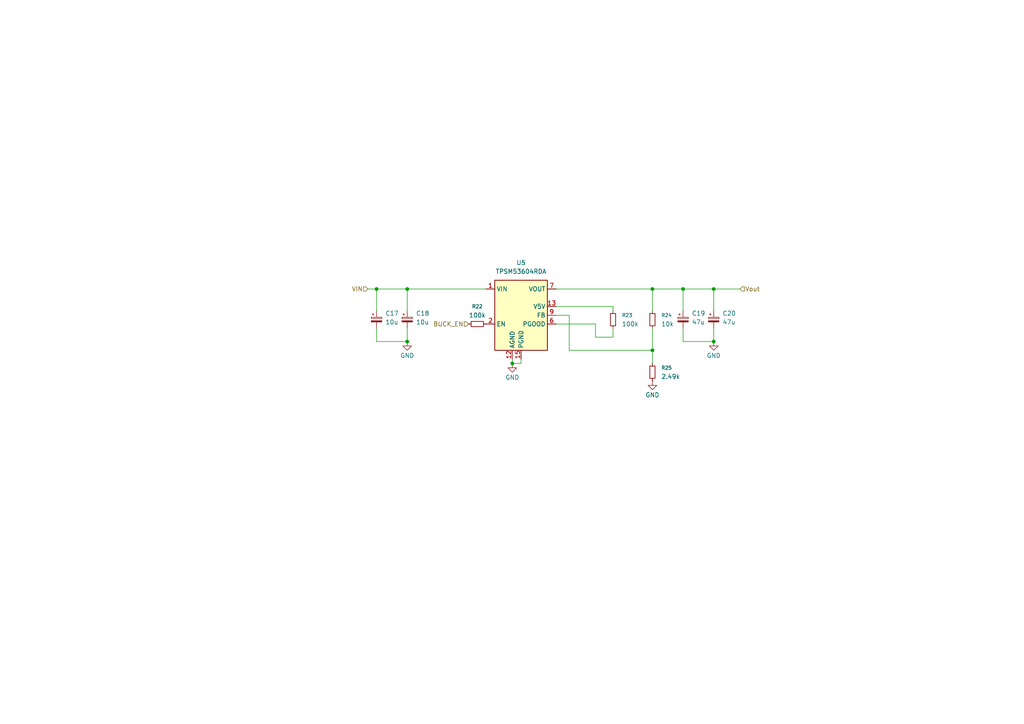
<source format=kicad_sch>
(kicad_sch (version 20250114) (generator "eeschema") (generator_version "9.0")
  (paper "A4")
  (lib_symbols
    (symbol "Converter_DCDC:TPSM53604RDA"
      (property "Reference" "U" (at 0 15.24 0))
      (property "Value" "TPSM53604RDA" (at 0 12.7 0))
      (symbol "TPSM53604RDA_0_1"
        (rectangle (start 7.62 10.16) (end -7.62 -10.16) (stroke (width 0.254)) (fill (type background)))
      )
      (symbol "TPSM53604RDA_1_1"
        (pin power_in line (at -10.16 7.62 0) (length 2.54) (name "VIN") (number "1"))
        (pin passive line (at -10.16 7.62 0) (length 2.54) (hide yes) (name "VIN") (number "14"))
        (pin input line (at -10.16 -2.54 0) (length 2.54) (name "EN") (number "2"))
        (pin no_connect line (at -7.62 2.54 0) (length 2.54) (hide yes) (name "DNC") (number "4"))
        (pin no_connect line (at -7.62 0 0) (length 2.54) (hide yes) (name "DNC") (number "5"))
        (pin power_in line (at -2.54 -12.7 90) (length 2.54) (name "AGND") (number "12"))
        (pin passive line (at 0 -12.7 90) (length 2.54) (hide yes) (name "PGND") (number "10"))
        (pin passive line (at 0 -12.7 90) (length 2.54) (hide yes) (name "PGND") (number "11"))
        (pin power_in line (at 0 -12.7 90) (length 2.54) (name "PGND") (number "15"))
        (pin passive line (at 0 -12.7 90) (length 2.54) (hide yes) (name "PGND") (number "3"))
        (pin power_out line (at 10.16 7.62 180) (length 2.54) (name "VOUT") (number "7"))
        (pin passive line (at 10.16 7.62 180) (length 2.54) (hide yes) (name "VOUT") (number "8"))
        (pin output line (at 10.16 2.54 180) (length 2.54) (name "V5V") (number "13"))
        (pin input line (at 10.16 0 180) (length 2.54) (name "FB") (number "9"))
        (pin open_collector line (at 10.16 -2.54 180) (length 2.54) (name "PGOOD") (number "6"))
      )
    )
    (symbol "Device:C_Polarized_Small" (pin_numbers (hide yes)) (pin_names (offset 0.254) (hide yes))
      (property "Reference" "C" (at 0.254 1.778 0))
      (property "Value" "C_Polarized_Small" (at 0.254 -2.032 0))
      (symbol "C_Polarized_Small_0_1"
        (rectangle (start -1.524 0.6858) (end 1.524 0.3048))
        (rectangle (start -1.524 -0.3048) (end 1.524 -0.6858) (fill (type outline)))
        (polyline (pts (xy -1.27 1.524) (xy -0.762 1.524)))
        (polyline (pts (xy -1.016 1.27) (xy -1.016 1.778)))
      )
      (symbol "C_Polarized_Small_1_1"
        (pin passive line (at 0 2.54 270) (length 1.8542) (name "~") (number "1"))
        (pin passive line (at 0 -2.54 90) (length 1.8542) (name "~") (number "2"))
      )
    )
    (symbol "Device:R_Small" (pin_numbers (hide yes)) (pin_names (offset 0.254) (hide yes))
      (property "Reference" "R" (at 0 0 90))
      (property "Value" "R_Small" (at 1.778 0 90))
      (symbol "R_Small_0_1"
        (rectangle (start -0.762 1.778) (end 0.762 -1.778) (stroke (width 0.2032)))
      )
      (symbol "R_Small_1_1"
        (pin passive line (at 0 2.54 270) (length 0.762) (name "~") (number "1"))
        (pin passive line (at 0 -2.54 90) (length 0.762) (name "~") (number "2"))
      )
    )
    (symbol "power:GND" (power) (pin_numbers (hide yes)) (pin_names (offset 0) (hide yes))
      (property "Value" "GND" (at 0 -3.81 0))
      (symbol "GND_0_1"
        (polyline (pts (xy 0 0) (xy 0 -1.27) (xy 1.27 -1.27) (xy 0 -2.54) (xy -1.27 -1.27) (xy 0 -1.27)))
      )
      (symbol "GND_1_1"
        (pin power_in line (at 0 0 270) (length 0) (name "~") (number "1"))
      )
    )
  )
  (junction (at 118.11 99.06))
  (junction (at 189.23 101.6))
  (junction (at 109.22 83.82))
  (junction (at 198.12 83.82))
  (junction (at 118.11 83.82))
  (junction (at 207.01 99.06))
  (junction (at 189.23 83.82))
  (junction (at 148.59 105.41))
  (junction (at 207.01 83.82))
  (wire (pts (xy 207.01 90.17) (xy 207.01 83.82)))
  (wire (pts (xy 207.01 83.82) (xy 214.63 83.82)))
  (wire (pts (xy 172.72 93.98) (xy 172.72 97.79)))
  (wire (pts (xy 118.11 95.25) (xy 118.11 99.06)))
  (wire (pts (xy 106.68 83.82) (xy 109.22 83.82)))
  (wire (pts (xy 189.23 90.17) (xy 189.23 83.82)))
  (wire (pts (xy 151.13 104.14) (xy 151.13 105.41)))
  (wire (pts (xy 198.12 95.25) (xy 198.12 99.06)))
  (wire (pts (xy 189.23 101.6) (xy 189.23 105.41)))
  (wire (pts (xy 148.59 105.41) (xy 148.59 104.14)))
  (wire (pts (xy 118.11 83.82) (xy 140.97 83.82)))
  (wire (pts (xy 161.29 91.44) (xy 165.1 91.44)))
  (wire (pts (xy 161.29 93.98) (xy 172.72 93.98)))
  (wire (pts (xy 189.23 83.82) (xy 161.29 83.82)))
  (wire (pts (xy 109.22 99.06) (xy 118.11 99.06)))
  (wire (pts (xy 177.8 88.9) (xy 177.8 90.17)))
  (wire (pts (xy 198.12 90.17) (xy 198.12 83.82)))
  (wire (pts (xy 207.01 83.82) (xy 198.12 83.82)))
  (wire (pts (xy 189.23 83.82) (xy 198.12 83.82)))
  (wire (pts (xy 109.22 83.82) (xy 118.11 83.82)))
  (wire (pts (xy 118.11 90.17) (xy 118.11 83.82)))
  (wire (pts (xy 148.59 105.41) (xy 151.13 105.41)))
  (wire (pts (xy 207.01 95.25) (xy 207.01 99.06)))
  (wire (pts (xy 165.1 101.6) (xy 189.23 101.6)))
  (wire (pts (xy 198.12 99.06) (xy 207.01 99.06)))
  (wire (pts (xy 189.23 95.25) (xy 189.23 101.6)))
  (wire (pts (xy 161.29 88.9) (xy 177.8 88.9)))
  (wire (pts (xy 172.72 97.79) (xy 177.8 97.79)))
  (wire (pts (xy 165.1 91.44) (xy 165.1 101.6)))
  (wire (pts (xy 177.8 95.25) (xy 177.8 97.79)))
  (wire (pts (xy 109.22 95.25) (xy 109.22 99.06)))
  (wire (pts (xy 109.22 90.17) (xy 109.22 83.82)))
  (hierarchical_label "BUCK_EN" (shape input) (at 135.89 93.98 180))
  (hierarchical_label "VIN" (shape input) (at 106.68 83.82 180))
  (hierarchical_label "Vout" (shape input) (at 214.63 83.82 0))
  (symbol (lib_id "Device:C_Polarized_Small") (at 207.01 92.71 0) (unit 1)
    (property "Reference" "C20" (at 209.55 90.8938 0) (effects (justify left)))
    (property "Value" "47u" (at 209.55 93.4338 0) (effects (justify left)))
    (property "Footprint" "Capacitor_SMD:C_1210_3225Metric" (effects (hide yes)))
    (property "Description" "Polarized capacitor, small symbol" (effects (hide yes)))
  )
  (symbol (lib_id "Converter_DCDC:TPSM53604RDA") (at 151.13 91.44 0) (unit 1)
    (property "Reference" "U5" (at 151.13 76.2 0))
    (property "Value" "TPSM53604RDA" (at 151.13 78.74 0))
    (property "Footprint" "CubeSatLib:Texas_B3QFN-14-1EP_5x5.5mm_P0.65mm_ThermalVia" (effects (hide yes)))
    (property "Datasheet" "https://www.ti.com/lit/ds/symlink/tpsm53604.pdf" (effects (hide yes)))
    (property "Description" "36-V, 4A input, stepdown, DC/DC converter, Texas B3QFN-14" (effects (hide yes)))
  )
  (symbol (lib_id "Device:C_Polarized_Small") (at 118.11 92.71 0) (unit 1)
    (property "Reference" "C18" (at 120.65 90.8938 0) (effects (justify left)))
    (property "Value" "10u" (at 120.65 93.4338 0) (effects (justify left)))
    (property "Footprint" "Capacitor_SMD:C_1206_3216Metric" (effects (hide yes)))
    (property "Description" "Polarized capacitor, small symbol" (effects (hide yes)))
  )
  (symbol (lib_id "Device:C_Polarized_Small") (at 109.22 92.71 0) (unit 1)
    (property "Reference" "C17" (at 111.76 90.8938 0) (effects (justify left)))
    (property "Value" "10u" (at 111.76 93.4338 0) (effects (justify left)))
    (property "Footprint" "Capacitor_SMD:C_1206_3216Metric" (effects (hide yes)))
    (property "Description" "Polarized capacitor, small symbol" (effects (hide yes)))
  )
  (symbol (lib_id "Device:R_Small") (at 189.23 107.95 0) (unit 1)
    (property "Reference" "R25" (at 191.77 106.6799 0) (effects (font (size 1.016 1.016)) (justify left)))
    (property "Value" "2.49k" (at 191.77 109.2199 0) (effects (justify left)))
    (property "Footprint" "Resistor_SMD:R_0603_1608Metric" (effects (hide yes)))
    (property "Description" "Resistor, small symbol" (effects (hide yes)))
  )
  (symbol (lib_id "Device:R_Small") (at 177.8 92.71 0) (unit 1)
    (property "Reference" "R23" (at 180.34 91.4399 0) (effects (font (size 1.016 1.016)) (justify left)))
    (property "Value" "100k" (at 180.34 93.9799 0) (effects (justify left)))
    (property "Footprint" "Resistor_SMD:R_0603_1608Metric" (effects (hide yes)))
    (property "Description" "Resistor, small symbol" (effects (hide yes)))
  )
  (symbol (lib_id "Device:C_Polarized_Small") (at 198.12 92.71 0) (unit 1)
    (property "Reference" "C19" (at 200.66 90.8938 0) (effects (justify left)))
    (property "Value" "47u" (at 200.66 93.4338 0) (effects (justify left)))
    (property "Footprint" "Capacitor_SMD:C_1210_3225Metric" (effects (hide yes)))
    (property "Description" "Polarized capacitor, small symbol" (effects (hide yes)))
  )
  (symbol (lib_id "Device:R_Small") (at 189.23 92.71 0) (unit 1)
    (property "Reference" "R24" (at 191.77 91.4399 0) (effects (font (size 1.016 1.016)) (justify left)))
    (property "Value" "10k" (at 191.77 93.9799 0) (effects (justify left)))
    (property "Footprint" "Resistor_SMD:R_0603_1608Metric" (effects (hide yes)))
    (property "Description" "Resistor, small symbol" (effects (hide yes)))
  )
  (symbol (lib_id "power:GND") (at 189.23 110.49 0) (unit 1)
    (property "Reference" "#PWR029" (effects (hide yes)))
    (property "Value" "GND" (at 189.23 114.554 0))
    (property "Description" "Power symbol creates a global label with name \"GND\" , ground" (effects (hide yes)))
  )
  (symbol (lib_id "power:GND") (at 118.11 99.06 0) (unit 1)
    (property "Reference" "#PWR027" (effects (hide yes)))
    (property "Value" "GND" (at 118.11 103.124 0))
    (property "Description" "Power symbol creates a global label with name \"GND\" , ground" (effects (hide yes)))
  )
  (symbol (lib_id "power:GND") (at 148.59 105.41 0) (unit 1)
    (property "Reference" "#PWR028" (effects (hide yes)))
    (property "Value" "GND" (at 148.59 109.474 0))
    (property "Description" "Power symbol creates a global label with name \"GND\" , ground" (effects (hide yes)))
  )
  (symbol (lib_id "Device:R_Small") (at 138.43 93.98 90) (unit 1)
    (property "Reference" "R22" (at 138.43 88.9 90) (effects (font (size 1.016 1.016))))
    (property "Value" "100k" (at 138.43 91.44 90))
    (property "Footprint" "Resistor_SMD:R_0603_1608Metric" (effects (hide yes)))
    (property "Description" "Resistor, small symbol" (effects (hide yes)))
  )
  (symbol (lib_id "power:GND") (at 207.01 99.06 0) (unit 1)
    (property "Reference" "#PWR030" (effects (hide yes)))
    (property "Value" "GND" (at 207.01 103.124 0))
    (property "Description" "Power symbol creates a global label with name \"GND\" , ground" (effects (hide yes)))
  )
)
</source>
